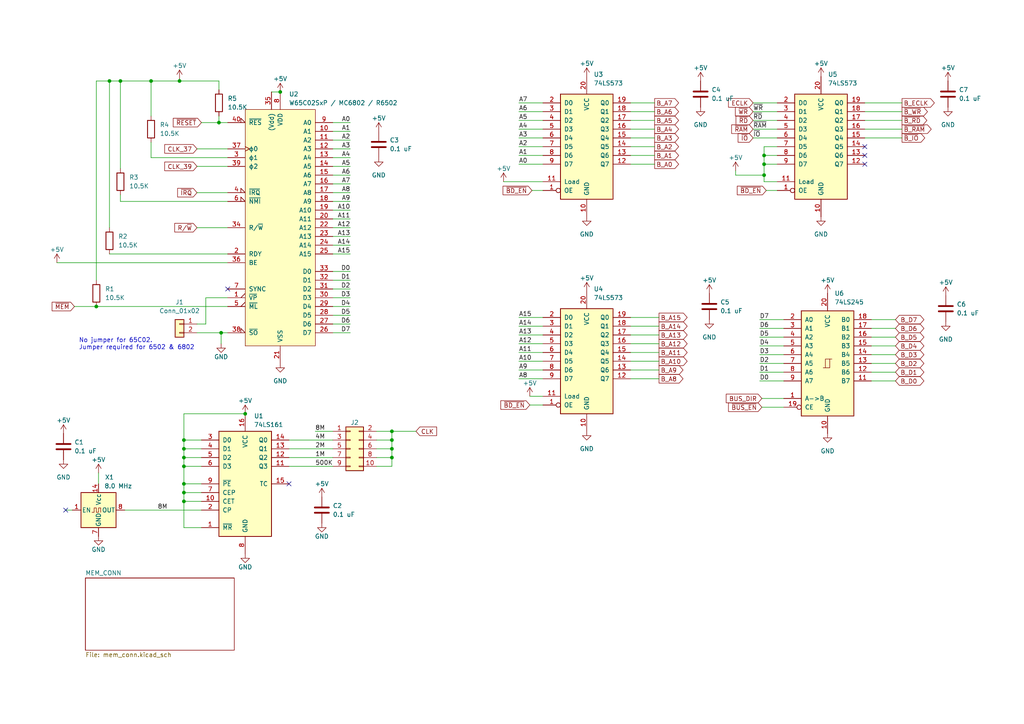
<source format=kicad_sch>
(kicad_sch (version 20211123) (generator eeschema)
  (paper "A4")
  (lib_symbols
    (symbol "74xx:74LS161" (pin_names (offset 1.016))
      (property "Reference" "U" (at -7.62 16.51 0))
      (property "Value" "74LS161" (at -7.62 -16.51 0))
      (symbol "74LS161_1_0"
        (pin input line (at -12.7 -12.7 0) (length 5.08) (name "~{MR}") (number "1"))
        (pin input line (at -12.7 -5.08 0) (length 5.08) (name "CET") (number "10"))
        (pin output line (at 12.7 5.08 180) (length 5.08) (name "Q3") (number "11"))
        (pin output line (at 12.7 7.62 180) (length 5.08) (name "Q2") (number "12"))
        (pin output line (at 12.7 10.16 180) (length 5.08) (name "Q1") (number "13"))
        (pin output line (at 12.7 12.7 180) (length 5.08) (name "Q0") (number "14"))
        (pin output line (at 12.7 0 180) (length 5.08) (name "TC") (number "15"))
        (pin power_in line (at 0 20.32 270) (length 5.08) (name "VCC") (number "16"))
        (pin input line (at -12.7 -7.62 0) (length 5.08) (name "CP") (number "2"))
        (pin input line (at -12.7 12.7 0) (length 5.08) (name "D0") (number "3"))
        (pin input line (at -12.7 10.16 0) (length 5.08) (name "D1") (number "4"))
        (pin input line (at -12.7 7.62 0) (length 5.08) (name "D2") (number "5"))
        (pin input line (at -12.7 5.08 0) (length 5.08) (name "D3") (number "6"))
        (pin input line (at -12.7 -2.54 0) (length 5.08) (name "CEP") (number "7"))
        (pin power_in line (at 0 -20.32 90) (length 5.08) (name "GND") (number "8"))
        (pin input line (at -12.7 0 0) (length 5.08) (name "~{PE}") (number "9"))
      )
      (symbol "74LS161_1_1"
        (rectangle (start -7.62 15.24) (end 7.62 -15.24) (stroke (width 0.254)) (fill (type background)))
      )
    )
    (symbol "74xx:74LS245" (pin_names (offset 1.016))
      (property "Reference" "U" (at -7.62 16.51 0))
      (property "Value" "74LS245" (at -7.62 -16.51 0))
      (symbol "74LS245_1_0"
        (polyline (pts (xy -0.635 -1.27) (xy -0.635 1.27) (xy 0.635 1.27)))
        (polyline (pts (xy -1.27 -1.27) (xy 0.635 -1.27) (xy 0.635 1.27) (xy 1.27 1.27)))
        (pin input line (at -12.7 -10.16 0) (length 5.08) (name "A->B") (number "1"))
        (pin power_in line (at 0 -20.32 90) (length 5.08) (name "GND") (number "10"))
        (pin tri_state line (at 12.7 -5.08 180) (length 5.08) (name "B7") (number "11"))
        (pin tri_state line (at 12.7 -2.54 180) (length 5.08) (name "B6") (number "12"))
        (pin tri_state line (at 12.7 0 180) (length 5.08) (name "B5") (number "13"))
        (pin tri_state line (at 12.7 2.54 180) (length 5.08) (name "B4") (number "14"))
        (pin tri_state line (at 12.7 5.08 180) (length 5.08) (name "B3") (number "15"))
        (pin tri_state line (at 12.7 7.62 180) (length 5.08) (name "B2") (number "16"))
        (pin tri_state line (at 12.7 10.16 180) (length 5.08) (name "B1") (number "17"))
        (pin tri_state line (at 12.7 12.7 180) (length 5.08) (name "B0") (number "18"))
        (pin input inverted (at -12.7 -12.7 0) (length 5.08) (name "CE") (number "19"))
        (pin tri_state line (at -12.7 12.7 0) (length 5.08) (name "A0") (number "2"))
        (pin power_in line (at 0 20.32 270) (length 5.08) (name "VCC") (number "20"))
        (pin tri_state line (at -12.7 10.16 0) (length 5.08) (name "A1") (number "3"))
        (pin tri_state line (at -12.7 7.62 0) (length 5.08) (name "A2") (number "4"))
        (pin tri_state line (at -12.7 5.08 0) (length 5.08) (name "A3") (number "5"))
        (pin tri_state line (at -12.7 2.54 0) (length 5.08) (name "A4") (number "6"))
        (pin tri_state line (at -12.7 0 0) (length 5.08) (name "A5") (number "7"))
        (pin tri_state line (at -12.7 -2.54 0) (length 5.08) (name "A6") (number "8"))
        (pin tri_state line (at -12.7 -5.08 0) (length 5.08) (name "A7") (number "9"))
      )
      (symbol "74LS245_1_1"
        (rectangle (start -7.62 15.24) (end 7.62 -15.24) (stroke (width 0.254)) (fill (type background)))
      )
    )
    (symbol "74xx:74LS573" (pin_names (offset 1.016))
      (property "Reference" "U" (at -7.62 16.51 0))
      (property "Value" "74LS573" (at -7.62 -16.51 0))
      (symbol "74LS573_1_0"
        (pin input inverted (at -12.7 -12.7 0) (length 5.08) (name "OE") (number "1"))
        (pin power_in line (at 0 -20.32 90) (length 5.08) (name "GND") (number "10"))
        (pin input line (at -12.7 -10.16 0) (length 5.08) (name "Load") (number "11"))
        (pin tri_state line (at 12.7 -5.08 180) (length 5.08) (name "Q7") (number "12"))
        (pin tri_state line (at 12.7 -2.54 180) (length 5.08) (name "Q6") (number "13"))
        (pin tri_state line (at 12.7 0 180) (length 5.08) (name "Q5") (number "14"))
        (pin tri_state line (at 12.7 2.54 180) (length 5.08) (name "Q4") (number "15"))
        (pin tri_state line (at 12.7 5.08 180) (length 5.08) (name "Q3") (number "16"))
        (pin tri_state line (at 12.7 7.62 180) (length 5.08) (name "Q2") (number "17"))
        (pin tri_state line (at 12.7 10.16 180) (length 5.08) (name "Q1") (number "18"))
        (pin tri_state line (at 12.7 12.7 180) (length 5.08) (name "Q0") (number "19"))
        (pin input line (at -12.7 12.7 0) (length 5.08) (name "D0") (number "2"))
        (pin power_in line (at 0 20.32 270) (length 5.08) (name "VCC") (number "20"))
        (pin input line (at -12.7 10.16 0) (length 5.08) (name "D1") (number "3"))
        (pin input line (at -12.7 7.62 0) (length 5.08) (name "D2") (number "4"))
        (pin input line (at -12.7 5.08 0) (length 5.08) (name "D3") (number "5"))
        (pin input line (at -12.7 2.54 0) (length 5.08) (name "D4") (number "6"))
        (pin input line (at -12.7 0 0) (length 5.08) (name "D5") (number "7"))
        (pin input line (at -12.7 -2.54 0) (length 5.08) (name "D6") (number "8"))
        (pin input line (at -12.7 -5.08 0) (length 5.08) (name "D7") (number "9"))
      )
      (symbol "74LS573_1_1"
        (rectangle (start -7.62 15.24) (end 7.62 -15.24) (stroke (width 0.254)) (fill (type background)))
      )
    )
    (symbol "Connector_Generic:Conn_01x02" (pin_names (offset 1.016) hide)
      (property "Reference" "J" (at 0 2.54 0))
      (property "Value" "Conn_01x02" (at 0 -5.08 0))
      (symbol "Conn_01x02_1_1"
        (rectangle (start -1.27 -2.413) (end 0 -2.667) (stroke (width 0.1524)))
        (rectangle (start -1.27 0.127) (end 0 -0.127) (stroke (width 0.1524)))
        (rectangle (start -1.27 1.27) (end 1.27 -3.81) (stroke (width 0.254)) (fill (type background)))
        (pin passive line (at -5.08 0 0) (length 3.81) (name "Pin_1") (number "1"))
        (pin passive line (at -5.08 -2.54 0) (length 3.81) (name "Pin_2") (number "2"))
      )
    )
    (symbol "Connector_Generic:Conn_02x05_Odd_Even" (pin_names (offset 1.016) hide)
      (property "Reference" "J" (at 1.27 7.62 0))
      (property "Value" "Conn_02x05_Odd_Even" (at 1.27 -7.62 0))
      (symbol "Conn_02x05_Odd_Even_1_1"
        (rectangle (start -1.27 -4.953) (end 0 -5.207) (stroke (width 0.1524)))
        (rectangle (start -1.27 -2.413) (end 0 -2.667) (stroke (width 0.1524)))
        (rectangle (start -1.27 0.127) (end 0 -0.127) (stroke (width 0.1524)))
        (rectangle (start -1.27 2.667) (end 0 2.413) (stroke (width 0.1524)))
        (rectangle (start -1.27 5.207) (end 0 4.953) (stroke (width 0.1524)))
        (rectangle (start -1.27 6.35) (end 3.81 -6.35) (stroke (width 0.254)) (fill (type background)))
        (rectangle (start 3.81 -4.953) (end 2.54 -5.207) (stroke (width 0.1524)))
        (rectangle (start 3.81 -2.413) (end 2.54 -2.667) (stroke (width 0.1524)))
        (rectangle (start 3.81 0.127) (end 2.54 -0.127) (stroke (width 0.1524)))
        (rectangle (start 3.81 2.667) (end 2.54 2.413) (stroke (width 0.1524)))
        (rectangle (start 3.81 5.207) (end 2.54 4.953) (stroke (width 0.1524)))
        (pin passive line (at -5.08 5.08 0) (length 3.81) (name "Pin_1") (number "1"))
        (pin passive line (at 7.62 -5.08 180) (length 3.81) (name "Pin_10") (number "10"))
        (pin passive line (at 7.62 5.08 180) (length 3.81) (name "Pin_2") (number "2"))
        (pin passive line (at -5.08 2.54 0) (length 3.81) (name "Pin_3") (number "3"))
        (pin passive line (at 7.62 2.54 180) (length 3.81) (name "Pin_4") (number "4"))
        (pin passive line (at -5.08 0 0) (length 3.81) (name "Pin_5") (number "5"))
        (pin passive line (at 7.62 0 180) (length 3.81) (name "Pin_6") (number "6"))
        (pin passive line (at -5.08 -2.54 0) (length 3.81) (name "Pin_7") (number "7"))
        (pin passive line (at 7.62 -2.54 180) (length 3.81) (name "Pin_8") (number "8"))
        (pin passive line (at -5.08 -5.08 0) (length 3.81) (name "Pin_9") (number "9"))
      )
    )
    (symbol "Device:C" (pin_numbers hide) (pin_names (offset 0.254))
      (property "Reference" "C" (at 0.635 2.54 0))
      (property "Value" "C" (at 0.635 -2.54 0))
      (symbol "C_0_1"
        (polyline (pts (xy -2.032 -0.762) (xy 2.032 -0.762)) (stroke (width 0.508)))
        (polyline (pts (xy -2.032 0.762) (xy 2.032 0.762)) (stroke (width 0.508)))
      )
      (symbol "C_1_1"
        (pin passive line (at 0 3.81 270) (length 2.794) (name "~") (number "1"))
        (pin passive line (at 0 -3.81 90) (length 2.794) (name "~") (number "2"))
      )
    )
    (symbol "Device:R" (pin_numbers hide) (pin_names (offset 0))
      (property "Reference" "R" (at 2.032 0 90))
      (property "Value" "R" (at 0 0 90))
      (symbol "R_0_1"
        (rectangle (start -1.016 -2.54) (end 1.016 2.54) (stroke (width 0.254)))
      )
      (symbol "R_1_1"
        (pin passive line (at 0 3.81 270) (length 1.27) (name "~") (number "1"))
        (pin passive line (at 0 -3.81 90) (length 1.27) (name "~") (number "2"))
      )
    )
    (symbol "MCU_65XX:W65C02SxP" (pin_names (offset 1.016))
      (property "Reference" "U2" (at 2.54 38.735 0))
      (property "Value" "W65C02SxP" (at 2.54 36.195 0))
      (symbol "W65C02SxP_0_1"
        (rectangle (start -10.16 34.29) (end 10.16 -34.29) (fill (type background)))
      )
      (symbol "W65C02SxP_1_1"
        (pin output output_low (at -15.24 -20.32 0) (length 5.08) (name "~{VP}") (number "1"))
        (pin tri_state line (at 15.24 27.94 180) (length 5.08) (name "A1") (number "10"))
        (pin tri_state line (at 15.24 25.4 180) (length 5.08) (name "A2") (number "11"))
        (pin tri_state line (at 15.24 22.86 180) (length 5.08) (name "A3") (number "12"))
        (pin tri_state line (at 15.24 20.32 180) (length 5.08) (name "A4") (number "13"))
        (pin tri_state line (at 15.24 17.78 180) (length 5.08) (name "A5") (number "14"))
        (pin tri_state line (at 15.24 15.24 180) (length 5.08) (name "A6") (number "15"))
        (pin tri_state line (at 15.24 12.7 180) (length 5.08) (name "A7") (number "16"))
        (pin tri_state line (at 15.24 10.16 180) (length 5.08) (name "A8") (number "17"))
        (pin tri_state line (at 15.24 7.62 180) (length 5.08) (name "A9") (number "18"))
        (pin tri_state line (at 15.24 5.08 180) (length 5.08) (name "A10") (number "19"))
        (pin open_collector line (at -15.24 -7.62 0) (length 5.08) (name "RDY") (number "2"))
        (pin tri_state line (at 15.24 2.54 180) (length 5.08) (name "A11") (number "20"))
        (pin power_in line (at 0 -39.37 90) (length 5.08) (name "VSS") (number "21"))
        (pin tri_state line (at 15.24 0 180) (length 5.08) (name "A12") (number "22"))
        (pin tri_state line (at 15.24 -2.54 180) (length 5.08) (name "A13") (number "23"))
        (pin tri_state line (at 15.24 -5.08 180) (length 5.08) (name "A14") (number "24"))
        (pin tri_state line (at 15.24 -7.62 180) (length 5.08) (name "A15") (number "25"))
        (pin bidirectional line (at 15.24 -30.48 180) (length 5.08) (name "D7") (number "26"))
        (pin bidirectional line (at 15.24 -27.94 180) (length 5.08) (name "D6") (number "27"))
        (pin bidirectional line (at 15.24 -25.4 180) (length 5.08) (name "D5") (number "28"))
        (pin bidirectional line (at 15.24 -22.86 180) (length 5.08) (name "D4") (number "29"))
        (pin output line (at -15.24 20.32 0) (length 5.08) (name "ϕ1") (number "3"))
        (pin bidirectional line (at 15.24 -20.32 180) (length 5.08) (name "D3") (number "30"))
        (pin bidirectional line (at 15.24 -17.78 180) (length 5.08) (name "D2") (number "31"))
        (pin bidirectional line (at 15.24 -15.24 180) (length 5.08) (name "D1") (number "32"))
        (pin bidirectional line (at 15.24 -12.7 180) (length 5.08) (name "D0") (number "33"))
        (pin tri_state line (at -15.24 0 0) (length 5.08) (name "R/~{W}") (number "34"))
        (pin power_in line (at -2.54 39.37 270) (length 5.08) (name "(Vdd)") (number "35"))
        (pin input line (at -15.24 -10.16 0) (length 5.08) (name "BE") (number "36"))
        (pin input clock (at -15.24 22.86 0) (length 5.08) (name "ϕ0") (number "37"))
        (pin input input_low (at -15.24 -30.48 0) (length 5.08) (name "~{SO}") (number "38"))
        (pin output line (at -15.24 17.78 0) (length 5.08) (name "ϕ2") (number "39"))
        (pin input input_low (at -15.24 10.16 0) (length 5.08) (name "~{IRQ}") (number "4"))
        (pin input input_low (at -15.24 30.48 0) (length 5.08) (name "~{RES}") (number "40"))
        (pin output output_low (at -15.24 -22.86 0) (length 5.08) (name "~{ML}") (number "5"))
        (pin input input_low (at -15.24 7.62 0) (length 5.08) (name "~{NMI}") (number "6"))
        (pin output line (at -15.24 -17.78 0) (length 5.08) (name "SYNC") (number "7"))
        (pin power_in line (at 0 39.37 270) (length 5.08) (name "VDD") (number "8"))
        (pin tri_state line (at 15.24 30.48 180) (length 5.08) (name "A0") (number "9"))
      )
    )
    (symbol "Oscillator:GTXO-14T" (pin_names (offset 0.254))
      (property "Reference" "X" (at -5.08 6.35 0))
      (property "Value" "GTXO-14T" (at 1.27 -6.35 0))
      (symbol "GTXO-14T_0_1"
        (rectangle (start -5.08 5.08) (end 5.08 -5.08) (stroke (width 0.254)) (fill (type background)))
        (polyline (pts (xy -1.905 -0.635) (xy -1.27 -0.635) (xy -1.27 0.635) (xy -0.635 0.635) (xy -0.635 -0.635) (xy 0 -0.635) (xy 0 0.635) (xy 0.635 0.635) (xy 0.635 -0.635)))
      )
      (symbol "GTXO-14T_1_1"
        (pin input line (at -7.62 0 0) (length 2.54) (name "EN") (number "1"))
        (pin power_in line (at 0 7.62 270) (length 2.54) (name "Vcc") (number "14"))
        (pin power_in line (at 0 -7.62 90) (length 2.54) (name "GND") (number "7"))
        (pin output line (at 7.62 0 180) (length 2.54) (name "OUT") (number "8"))
      )
    )
    (symbol "power:+5V" (power) (pin_names (offset 0))
      (property "Value" "+5V" (at 0 3.556 0))
      (symbol "+5V_0_1"
        (polyline (pts (xy -0.762 1.27) (xy 0 2.54)))
        (polyline (pts (xy 0 0) (xy 0 2.54)))
        (polyline (pts (xy 0 2.54) (xy 0.762 1.27)))
      )
      (symbol "+5V_1_1"
        (pin power_in line (at 0 0 90) (length 0) hide (name "+5V") (number "1"))
      )
    )
    (symbol "power:GND" (power) (pin_names (offset 0))
      (property "Value" "GND" (at 0 -3.81 0))
      (symbol "GND_0_1"
        (polyline (pts (xy 0 0) (xy 0 -1.27) (xy 1.27 -1.27) (xy 0 -2.54) (xy -1.27 -1.27) (xy 0 -1.27)))
      )
      (symbol "GND_1_1"
        (pin power_in line (at 0 0 270) (length 0) hide (name "GND") (number "1"))
      )
    )
  )
  (junction (at 53.34 132.715))
  (junction (at 31.75 23.495))
  (junction (at 53.34 127.635))
  (junction (at 27.94 88.9))
  (junction (at 221.615 47.625))
  (junction (at 53.34 140.335))
  (junction (at 221.615 45.085))
  (junction (at 53.34 135.255))
  (junction (at 113.665 125.095))
  (junction (at 52.07 23.495))
  (junction (at 64.135 96.52))
  (junction (at 81.28 26.67))
  (junction (at 43.815 23.495))
  (junction (at 221.615 50.8))
  (junction (at 53.34 142.875))
  (junction (at 71.12 120.015))
  (junction (at 113.665 127.635))
  (junction (at 63.5 35.56))
  (junction (at 53.34 130.175))
  (junction (at 53.34 145.415))
  (junction (at 34.925 23.495))
  (junction (at 113.665 130.175))
  (junction (at 113.665 132.715))
  (no_connect (at 250.825 47.625))
  (no_connect (at 250.825 42.545))
  (no_connect (at 250.825 45.085))
  (no_connect (at 66.04 83.82))
  (no_connect (at 19.05 147.955))
  (no_connect (at 83.82 140.335))
  (wire (pts (xy 91.44 125.095) (xy 96.52 125.095)))
  (wire (pts (xy 96.52 86.36) (xy 101.6 86.36)))
  (wire (pts (xy 21.59 88.9) (xy 27.94 88.9)))
  (wire (pts (xy 59.69 86.36) (xy 66.04 86.36)))
  (wire (pts (xy 218.44 29.845) (xy 225.425 29.845)))
  (wire (pts (xy 250.825 34.925) (xy 261.62 34.925)))
  (wire (pts (xy 150.495 45.085) (xy 157.48 45.085)))
  (wire (pts (xy 213.36 50.8) (xy 221.615 50.8)))
  (wire (pts (xy 220.98 115.57) (xy 227.33 115.57)))
  (wire (pts (xy 221.615 47.625) (xy 221.615 50.8)))
  (wire (pts (xy 31.75 73.66) (xy 66.04 73.66)))
  (wire (pts (xy 96.52 45.72) (xy 101.6 45.72)))
  (wire (pts (xy 113.665 125.095) (xy 120.65 125.095)))
  (wire (pts (xy 182.88 32.385) (xy 189.865 32.385)))
  (wire (pts (xy 59.69 93.98) (xy 57.15 93.98)))
  (wire (pts (xy 221.615 42.545) (xy 221.615 45.085)))
  (wire (pts (xy 221.615 47.625) (xy 225.425 47.625)))
  (wire (pts (xy 63.5 35.56) (xy 66.04 35.56)))
  (wire (pts (xy 19.05 147.955) (xy 20.955 147.955)))
  (wire (pts (xy 109.22 130.175) (xy 113.665 130.175)))
  (wire (pts (xy 182.88 99.695) (xy 191.135 99.695)))
  (wire (pts (xy 96.52 48.26) (xy 101.6 48.26)))
  (wire (pts (xy 96.52 127.635) (xy 83.82 127.635)))
  (wire (pts (xy 113.665 132.715) (xy 113.665 135.255)))
  (wire (pts (xy 96.52 60.96) (xy 101.6 60.96)))
  (wire (pts (xy 27.94 23.495) (xy 27.94 81.28)))
  (wire (pts (xy 150.495 92.075) (xy 157.48 92.075)))
  (wire (pts (xy 16.51 76.2) (xy 66.04 76.2)))
  (wire (pts (xy 218.44 37.465) (xy 225.425 37.465)))
  (wire (pts (xy 250.825 32.385) (xy 261.62 32.385)))
  (wire (pts (xy 150.495 99.695) (xy 157.48 99.695)))
  (wire (pts (xy 221.615 50.8) (xy 221.615 52.705)))
  (wire (pts (xy 220.345 105.41) (xy 227.33 105.41)))
  (wire (pts (xy 53.34 130.175) (xy 53.34 132.715)))
  (wire (pts (xy 64.135 96.52) (xy 64.135 99.695)))
  (wire (pts (xy 220.345 92.71) (xy 227.33 92.71)))
  (wire (pts (xy 58.42 145.415) (xy 53.34 145.415)))
  (wire (pts (xy 53.34 140.335) (xy 53.34 142.875)))
  (wire (pts (xy 96.52 68.58) (xy 101.6 68.58)))
  (wire (pts (xy 150.495 29.845) (xy 157.48 29.845)))
  (wire (pts (xy 31.75 23.495) (xy 34.925 23.495)))
  (wire (pts (xy 252.73 107.95) (xy 259.715 107.95)))
  (wire (pts (xy 53.34 132.715) (xy 53.34 135.255)))
  (wire (pts (xy 27.94 88.9) (xy 66.04 88.9)))
  (wire (pts (xy 43.815 23.495) (xy 43.815 33.655)))
  (wire (pts (xy 57.15 96.52) (xy 64.135 96.52)))
  (wire (pts (xy 220.345 110.49) (xy 227.33 110.49)))
  (wire (pts (xy 96.52 55.88) (xy 101.6 55.88)))
  (wire (pts (xy 43.815 23.495) (xy 52.07 23.495)))
  (wire (pts (xy 109.22 132.715) (xy 113.665 132.715)))
  (wire (pts (xy 150.495 34.925) (xy 157.48 34.925)))
  (wire (pts (xy 43.815 45.72) (xy 66.04 45.72)))
  (wire (pts (xy 252.73 110.49) (xy 259.715 110.49)))
  (wire (pts (xy 153.67 117.475) (xy 157.48 117.475)))
  (wire (pts (xy 34.925 23.495) (xy 34.925 48.895)))
  (wire (pts (xy 96.52 38.1) (xy 101.6 38.1)))
  (wire (pts (xy 27.94 23.495) (xy 31.75 23.495)))
  (wire (pts (xy 57.15 66.04) (xy 66.04 66.04)))
  (wire (pts (xy 28.575 137.16) (xy 28.575 140.335)))
  (wire (pts (xy 150.495 107.315) (xy 157.48 107.315)))
  (wire (pts (xy 218.44 34.925) (xy 225.425 34.925)))
  (wire (pts (xy 225.425 45.085) (xy 221.615 45.085)))
  (wire (pts (xy 96.52 93.98) (xy 101.6 93.98)))
  (wire (pts (xy 150.495 42.545) (xy 157.48 42.545)))
  (wire (pts (xy 220.98 118.11) (xy 227.33 118.11)))
  (wire (pts (xy 150.495 102.235) (xy 157.48 102.235)))
  (wire (pts (xy 63.5 23.495) (xy 63.5 26.035)))
  (wire (pts (xy 96.52 71.12) (xy 101.6 71.12)))
  (wire (pts (xy 220.345 100.33) (xy 227.33 100.33)))
  (wire (pts (xy 57.15 48.26) (xy 66.04 48.26)))
  (wire (pts (xy 220.345 97.79) (xy 227.33 97.79)))
  (wire (pts (xy 53.34 145.415) (xy 53.34 153.035)))
  (wire (pts (xy 150.495 37.465) (xy 157.48 37.465)))
  (wire (pts (xy 57.15 43.18) (xy 66.04 43.18)))
  (wire (pts (xy 150.495 97.155) (xy 157.48 97.155)))
  (wire (pts (xy 96.52 91.44) (xy 101.6 91.44)))
  (wire (pts (xy 53.34 142.875) (xy 53.34 145.415)))
  (wire (pts (xy 58.42 35.56) (xy 63.5 35.56)))
  (wire (pts (xy 252.73 97.79) (xy 259.715 97.79)))
  (wire (pts (xy 182.88 47.625) (xy 189.865 47.625)))
  (wire (pts (xy 34.925 23.495) (xy 43.815 23.495)))
  (wire (pts (xy 53.34 127.635) (xy 53.34 130.175)))
  (wire (pts (xy 96.52 53.34) (xy 101.6 53.34)))
  (wire (pts (xy 96.52 40.64) (xy 101.6 40.64)))
  (wire (pts (xy 96.52 78.74) (xy 101.6 78.74)))
  (wire (pts (xy 96.52 130.175) (xy 83.82 130.175)))
  (wire (pts (xy 218.44 32.385) (xy 225.425 32.385)))
  (wire (pts (xy 96.52 81.28) (xy 101.6 81.28)))
  (wire (pts (xy 252.73 92.71) (xy 259.715 92.71)))
  (wire (pts (xy 58.42 130.175) (xy 53.34 130.175)))
  (wire (pts (xy 182.88 104.775) (xy 191.135 104.775)))
  (wire (pts (xy 57.15 55.88) (xy 66.04 55.88)))
  (wire (pts (xy 96.52 50.8) (xy 101.6 50.8)))
  (wire (pts (xy 252.73 100.33) (xy 259.715 100.33)))
  (wire (pts (xy 58.42 127.635) (xy 53.34 127.635)))
  (wire (pts (xy 221.615 45.085) (xy 221.615 47.625)))
  (wire (pts (xy 150.495 109.855) (xy 157.48 109.855)))
  (wire (pts (xy 150.495 104.775) (xy 157.48 104.775)))
  (wire (pts (xy 250.825 40.005) (xy 261.62 40.005)))
  (wire (pts (xy 113.665 127.635) (xy 113.665 130.175)))
  (wire (pts (xy 182.88 42.545) (xy 189.865 42.545)))
  (wire (pts (xy 225.425 42.545) (xy 221.615 42.545)))
  (wire (pts (xy 96.52 132.715) (xy 83.82 132.715)))
  (wire (pts (xy 218.44 40.005) (xy 225.425 40.005)))
  (wire (pts (xy 150.495 32.385) (xy 157.48 32.385)))
  (wire (pts (xy 150.495 47.625) (xy 157.48 47.625)))
  (wire (pts (xy 250.825 37.465) (xy 261.62 37.465)))
  (wire (pts (xy 96.52 66.04) (xy 101.6 66.04)))
  (wire (pts (xy 109.22 135.255) (xy 113.665 135.255)))
  (wire (pts (xy 53.34 135.255) (xy 53.34 140.335)))
  (wire (pts (xy 31.75 23.495) (xy 31.75 66.04)))
  (wire (pts (xy 150.495 94.615) (xy 157.48 94.615)))
  (wire (pts (xy 182.88 107.315) (xy 191.135 107.315)))
  (wire (pts (xy 182.88 94.615) (xy 191.135 94.615)))
  (wire (pts (xy 52.07 22.86) (xy 52.07 23.495)))
  (wire (pts (xy 182.88 37.465) (xy 189.865 37.465)))
  (wire (pts (xy 58.42 142.875) (xy 53.34 142.875)))
  (wire (pts (xy 146.05 52.705) (xy 157.48 52.705)))
  (wire (pts (xy 96.52 73.66) (xy 101.6 73.66)))
  (wire (pts (xy 66.04 96.52) (xy 64.135 96.52)))
  (wire (pts (xy 182.88 109.855) (xy 191.135 109.855)))
  (wire (pts (xy 182.88 29.845) (xy 189.865 29.845)))
  (wire (pts (xy 63.5 33.655) (xy 63.5 35.56)))
  (wire (pts (xy 59.69 86.36) (xy 59.69 93.98)))
  (wire (pts (xy 182.88 45.085) (xy 189.865 45.085)))
  (wire (pts (xy 96.52 58.42) (xy 101.6 58.42)))
  (wire (pts (xy 53.34 120.015) (xy 53.34 127.635)))
  (wire (pts (xy 53.34 135.255) (xy 58.42 135.255)))
  (wire (pts (xy 153.67 114.935) (xy 157.48 114.935)))
  (wire (pts (xy 96.52 88.9) (xy 101.6 88.9)))
  (wire (pts (xy 113.665 130.175) (xy 113.665 132.715)))
  (wire (pts (xy 53.34 120.015) (xy 71.12 120.015)))
  (wire (pts (xy 109.22 125.095) (xy 113.665 125.095)))
  (wire (pts (xy 52.07 23.495) (xy 63.5 23.495)))
  (wire (pts (xy 154.305 55.245) (xy 157.48 55.245)))
  (wire (pts (xy 222.25 55.245) (xy 225.425 55.245)))
  (wire (pts (xy 252.73 102.87) (xy 259.715 102.87)))
  (wire (pts (xy 221.615 52.705) (xy 225.425 52.705)))
  (wire (pts (xy 252.73 95.25) (xy 259.715 95.25)))
  (wire (pts (xy 182.88 34.925) (xy 189.865 34.925)))
  (wire (pts (xy 182.88 97.155) (xy 191.135 97.155)))
  (wire (pts (xy 213.36 49.53) (xy 213.36 50.8)))
  (wire (pts (xy 220.345 95.25) (xy 227.33 95.25)))
  (wire (pts (xy 43.815 41.275) (xy 43.815 45.72)))
  (wire (pts (xy 96.52 43.18) (xy 101.6 43.18)))
  (wire (pts (xy 220.345 102.87) (xy 227.33 102.87)))
  (wire (pts (xy 36.195 147.955) (xy 58.42 147.955)))
  (wire (pts (xy 96.52 135.255) (xy 83.82 135.255)))
  (wire (pts (xy 220.345 107.95) (xy 227.33 107.95)))
  (wire (pts (xy 96.52 83.82) (xy 101.6 83.82)))
  (wire (pts (xy 113.665 125.095) (xy 113.665 127.635)))
  (wire (pts (xy 252.73 105.41) (xy 259.715 105.41)))
  (wire (pts (xy 34.925 56.515) (xy 34.925 58.42)))
  (wire (pts (xy 109.22 127.635) (xy 113.665 127.635)))
  (wire (pts (xy 182.88 102.235) (xy 191.135 102.235)))
  (wire (pts (xy 58.42 140.335) (xy 53.34 140.335)))
  (wire (pts (xy 96.52 96.52) (xy 101.6 96.52)))
  (wire (pts (xy 150.495 40.005) (xy 157.48 40.005)))
  (wire (pts (xy 250.825 29.845) (xy 261.62 29.845)))
  (wire (pts (xy 78.74 26.67) (xy 81.28 26.67)))
  (wire (pts (xy 96.52 35.56) (xy 101.6 35.56)))
  (wire (pts (xy 96.52 63.5) (xy 101.6 63.5)))
  (wire (pts (xy 53.34 132.715) (xy 58.42 132.715)))
  (wire (pts (xy 34.925 58.42) (xy 66.04 58.42)))
  (wire (pts (xy 182.88 92.075) (xy 191.135 92.075)))
  (wire (pts (xy 58.42 153.035) (xy 53.34 153.035)))
  (wire (pts (xy 182.88 40.005) (xy 189.865 40.005)))
  (text "No jumper for 65C02.\nJumper required for 6502 & 6802" (at 22.86 101.6 0) (effects (font (size 1.27 1.27)) (justify left bottom)))
  (label "A1" (at 150.495 45.085 0))
  (label "A5" (at 101.6 48.26 180))
  (label "D5" (at 220.345 97.79 0))
  (label "1M" (at 91.44 132.715 0))
  (label "A12" (at 101.6 66.04 180))
  (label "D6" (at 101.6 93.98 180))
  (label "A6" (at 101.6 50.8 180))
  (label "A8" (at 150.495 109.855 0))
  (label "A9" (at 150.495 107.315 0))
  (label "~{IO}" (at 218.44 40.005 0))
  (label "A14" (at 101.6 71.12 180))
  (label "D2" (at 101.6 83.82 180))
  (label "A4" (at 101.6 45.72 180))
  (label "D7" (at 101.6 96.52 180))
  (label "A3" (at 150.495 40.005 0))
  (label "A11" (at 101.6 63.5 180))
  (label "A5" (at 150.495 34.925 0))
  (label "D4" (at 220.345 100.33 0))
  (label "D5" (at 101.6 91.44 180))
  (label "A10" (at 101.6 60.96 180))
  (label "A12" (at 150.495 99.695 0))
  (label "A0" (at 150.495 47.625 0))
  (label "A4" (at 150.495 37.465 0))
  (label "A10" (at 150.495 104.775 0))
  (label "~{RD}" (at 218.44 34.925 0))
  (label "D2" (at 220.345 105.41 0))
  (label "A2" (at 150.495 42.545 0))
  (label "A3" (at 101.6 43.18 180))
  (label "D7" (at 220.345 92.71 0))
  (label "D0" (at 101.6 78.74 180))
  (label "A2" (at 101.6 40.64 180))
  (label "A8" (at 101.6 55.88 180))
  (label "A7" (at 101.6 53.34 180))
  (label "A7" (at 150.495 29.845 0))
  (label "500K" (at 91.44 135.255 0))
  (label "A13" (at 150.495 97.155 0))
  (label "2M" (at 91.44 130.175 0))
  (label "A1" (at 101.6 38.1 180))
  (label "D3" (at 220.345 102.87 0))
  (label "D3" (at 101.6 86.36 180))
  (label "A15" (at 101.6 73.66 180))
  (label "A11" (at 150.495 102.235 0))
  (label "D4" (at 101.6 88.9 180))
  (label "D6" (at 220.345 95.25 0))
  (label "A0" (at 101.6 35.56 180))
  (label "~{WR}" (at 218.44 32.385 0))
  (label "A9" (at 101.6 58.42 180))
  (label "A13" (at 101.6 68.58 180))
  (label "D1" (at 101.6 81.28 180))
  (label "A15" (at 150.495 92.075 0))
  (label "8M" (at 45.72 147.955 0))
  (label "~{RAM}" (at 218.44 37.465 0))
  (label "A6" (at 150.495 32.385 0))
  (label "D1" (at 220.345 107.95 0))
  (label "D0" (at 220.345 110.49 0))
  (label "8M" (at 91.44 125.095 0))
  (label "4M" (at 91.44 127.635 0))
  (label "A14" (at 150.495 94.615 0))
  (global_label "~{B_IO}" (shape output) (at 261.62 40.005 0) (property "Intersheet References" "${INTERSHEET_REFS}" (effects hide)))
  (global_label "B_A6" (shape output) (at 189.865 32.385 0) (property "Intersheet References" "${INTERSHEET_REFS}" (effects hide)))
  (global_label "~{RD}" (shape input) (at 218.44 34.925 180) (property "Intersheet References" "${INTERSHEET_REFS}" (effects hide)))
  (global_label "CLK_39" (shape input) (at 57.15 48.26 180) (property "Intersheet References" "${INTERSHEET_REFS}" (effects hide)))
  (global_label "B_A3" (shape output) (at 189.865 40.005 0) (property "Intersheet References" "${INTERSHEET_REFS}" (effects hide)))
  (global_label "~{BD_EN}" (shape input) (at 222.25 55.245 180) (property "Intersheet References" "${INTERSHEET_REFS}" (effects hide)))
  (global_label "B_A7" (shape output) (at 189.865 29.845 0) (property "Intersheet References" "${INTERSHEET_REFS}" (effects hide)))
  (global_label "R{slash}~{W}" (shape input) (at 57.15 66.04 180) (property "Intersheet References" "${INTERSHEET_REFS}" (effects hide)))
  (global_label "BUS_DIR" (shape input) (at 220.98 115.57 180) (property "Intersheet References" "${INTERSHEET_REFS}" (effects hide)))
  (global_label "~{WR}" (shape input) (at 218.44 32.385 180) (property "Intersheet References" "${INTERSHEET_REFS}" (effects hide)))
  (global_label "B_D5" (shape bidirectional) (at 259.715 97.79 0) (property "Intersheet References" "${INTERSHEET_REFS}" (effects hide)))
  (global_label "ECLK" (shape input) (at 218.44 29.845 180) (property "Intersheet References" "${INTERSHEET_REFS}" (effects hide)))
  (global_label "~{MEM}" (shape input) (at 21.59 88.9 180) (property "Intersheet References" "${INTERSHEET_REFS}" (effects hide)))
  (global_label "B_D2" (shape bidirectional) (at 259.715 105.41 0) (property "Intersheet References" "${INTERSHEET_REFS}" (effects hide)))
  (global_label "CLK_37" (shape input) (at 57.15 43.18 180) (property "Intersheet References" "${INTERSHEET_REFS}" (effects hide)))
  (global_label "~{B_RD}" (shape output) (at 261.62 34.925 0) (property "Intersheet References" "${INTERSHEET_REFS}" (effects hide)))
  (global_label "B_A9" (shape output) (at 191.135 107.315 0) (property "Intersheet References" "${INTERSHEET_REFS}" (effects hide)))
  (global_label "B_A5" (shape output) (at 189.865 34.925 0) (property "Intersheet References" "${INTERSHEET_REFS}" (effects hide)))
  (global_label "B_D1" (shape bidirectional) (at 259.715 107.95 0) (property "Intersheet References" "${INTERSHEET_REFS}" (effects hide)))
  (global_label "B_A4" (shape output) (at 189.865 37.465 0) (property "Intersheet References" "${INTERSHEET_REFS}" (effects hide)))
  (global_label "B_A12" (shape output) (at 191.135 99.695 0) (property "Intersheet References" "${INTERSHEET_REFS}" (effects hide)))
  (global_label "B_D6" (shape bidirectional) (at 259.715 95.25 0) (property "Intersheet References" "${INTERSHEET_REFS}" (effects hide)))
  (global_label "B_D4" (shape bidirectional) (at 259.715 100.33 0) (property "Intersheet References" "${INTERSHEET_REFS}" (effects hide)))
  (global_label "~{B_RAM}" (shape output) (at 261.62 37.465 0) (property "Intersheet References" "${INTERSHEET_REFS}" (effects hide)))
  (global_label "~{B_WR}" (shape output) (at 261.62 32.385 0) (property "Intersheet References" "${INTERSHEET_REFS}" (effects hide)))
  (global_label "B_A8" (shape output) (at 191.135 109.855 0) (property "Intersheet References" "${INTERSHEET_REFS}" (effects hide)))
  (global_label "~{BD_EN}" (shape input) (at 154.305 55.245 180) (property "Intersheet References" "${INTERSHEET_REFS}" (effects hide)))
  (global_label "B_D3" (shape bidirectional) (at 259.715 102.87 0) (property "Intersheet References" "${INTERSHEET_REFS}" (effects hide)))
  (global_label "~{RESET}" (shape input) (at 58.42 35.56 180) (property "Intersheet References" "${INTERSHEET_REFS}" (effects hide)))
  (global_label "~{BD_EN}" (shape input) (at 153.67 117.475 180) (property "Intersheet References" "${INTERSHEET_REFS}" (effects hide)))
  (global_label "~{RAM}" (shape input) (at 218.44 37.465 180) (property "Intersheet References" "${INTERSHEET_REFS}" (effects hide)))
  (global_label "B_D7" (shape bidirectional) (at 259.715 92.71 0) (property "Intersheet References" "${INTERSHEET_REFS}" (effects hide)))
  (global_label "B_A10" (shape output) (at 191.135 104.775 0) (property "Intersheet References" "${INTERSHEET_REFS}" (effects hide)))
  (global_label "B_ECLK" (shape output) (at 261.62 29.845 0) (property "Intersheet References" "${INTERSHEET_REFS}" (effects hide)))
  (global_label "~{BUS_EN}" (shape input) (at 220.98 118.11 180) (property "Intersheet References" "${INTERSHEET_REFS}" (effects hide)))
  (global_label "B_A13" (shape output) (at 191.135 97.155 0) (property "Intersheet References" "${INTERSHEET_REFS}" (effects hide)))
  (global_label "~{IO}" (shape input) (at 218.44 40.005 180) (property "Intersheet References" "${INTERSHEET_REFS}" (effects hide)))
  (global_label "B_A15" (shape output) (at 191.135 92.075 0) (property "Intersheet References" "${INTERSHEET_REFS}" (effects hide)))
  (global_label "B_A0" (shape output) (at 189.865 47.625 0) (property "Intersheet References" "${INTERSHEET_REFS}" (effects hide)))
  (global_label "B_D0" (shape bidirectional) (at 259.715 110.49 0) (property "Intersheet References" "${INTERSHEET_REFS}" (effects hide)))
  (global_label "B_A11" (shape output) (at 191.135 102.235 0) (property "Intersheet References" "${INTERSHEET_REFS}" (effects hide)))
  (global_label "CLK" (shape input) (at 120.65 125.095 0) (property "Intersheet References" "${INTERSHEET_REFS}" (effects hide)))
  (global_label "B_A2" (shape output) (at 189.865 42.545 0) (property "Intersheet References" "${INTERSHEET_REFS}" (effects hide)))
  (global_label "B_A1" (shape output) (at 189.865 45.085 0) (property "Intersheet References" "${INTERSHEET_REFS}" (effects hide)))
  (global_label "B_A14" (shape output) (at 191.135 94.615 0) (property "Intersheet References" "${INTERSHEET_REFS}" (effects hide)))
  (global_label "~{IRQ}" (shape input) (at 57.15 55.88 180) (property "Intersheet References" "${INTERSHEET_REFS}" (effects hide)))
  (symbol (lib_id "power:+5V") (at 274.32 85.725 0) (unit 1)
    (property "Reference" "#PWR031" (effects hide))
    (property "Value" "+5V" (at 274.32 81.915 0))
  )
  (symbol (lib_id "Oscillator:GTXO-14T") (at 28.575 147.955 0) (unit 1)
    (property "Reference" "X1" (at 31.75 138.43 0))
    (property "Value" "8.0 MHz" (at 34.29 140.97 0))
    (property "Footprint" "Oscillator:Oscillator_DIP-14" (effects hide))
    (property "Datasheet" "http://www.golledge.com/pdf/products/tcxos/gtxo14.pdf" (effects hide))
  )
  (symbol (lib_id "power:GND") (at 28.575 155.575 0) (unit 1)
    (property "Reference" "#PWR05" (effects hide))
    (property "Value" "GND" (at 28.575 159.385 0))
  )
  (symbol (lib_id "Connector_Generic:Conn_02x05_Odd_Even") (at 101.6 130.175 0) (unit 1)
    (property "Reference" "J2" (at 102.87 122.555 0))
    (property "Value" "Conn_02x05_Odd_Even" (effects hide))
    (property "Footprint" "Connector_PinHeader_2.54mm:PinHeader_2x05_P2.54mm_Vertical" (effects hide))
  )
  (symbol (lib_id "74xx:74LS161") (at 71.12 140.335 0) (unit 1)
    (property "Reference" "U1" (at 73.66 120.65 0) (effects (justify left)))
    (property "Value" "74LS161" (at 73.66 123.19 0) (effects (justify left)))
    (property "Footprint" "Package_DIP:DIP-16_W7.62mm" (effects hide))
    (property "Datasheet" "http://www.ti.com/lit/gpn/sn74LS161" (effects hide))
  )
  (symbol (lib_id "power:GND") (at 238.125 62.865 0) (unit 1)
    (property "Reference" "#PWR028" (effects hide))
    (property "Value" "GND" (at 238.125 67.945 0))
  )
  (symbol (lib_id "Device:C") (at 203.2 27.305 0) (unit 1)
    (property "Reference" "C4" (at 206.375 26.0349 0) (effects (justify left)))
    (property "Value" "0.1 uF" (at 206.375 28.5749 0) (effects (justify left)))
    (property "Footprint" "Capacitor_THT:C_Rect_L7.2mm_W3.0mm_P5.00mm_FKS2_FKP2_MKS2_MKP2" (effects hide))
  )
  (symbol (lib_id "power:GND") (at 93.345 151.765 0) (unit 1)
    (property "Reference" "#PWR013" (effects hide))
    (property "Value" "GND" (at 93.345 155.575 0))
  )
  (symbol (lib_id "power:+5V") (at 93.345 144.145 0) (unit 1)
    (property "Reference" "#PWR012" (effects hide))
    (property "Value" "+5V" (at 93.345 140.335 0))
  )
  (symbol (lib_id "Device:C") (at 274.32 89.535 0) (unit 1)
    (property "Reference" "C6" (at 277.495 88.2649 0) (effects (justify left)))
    (property "Value" "0.1 uF" (at 277.495 90.8049 0) (effects (justify left)))
    (property "Footprint" "Capacitor_THT:C_Rect_L7.2mm_W3.0mm_P5.00mm_FKS2_FKP2_MKS2_MKP2" (effects hide))
  )
  (symbol (lib_id "power:GND") (at 109.855 45.72 0) (unit 1)
    (property "Reference" "#PWR015" (effects hide))
    (property "Value" "GND" (at 109.855 50.8 0))
  )
  (symbol (lib_id "Device:C") (at 205.74 88.9 0) (unit 1)
    (property "Reference" "C5" (at 208.915 87.6299 0) (effects (justify left)))
    (property "Value" "0.1 uF" (at 208.915 90.1699 0) (effects (justify left)))
    (property "Footprint" "Capacitor_THT:C_Rect_L7.2mm_W3.0mm_P5.00mm_FKS2_FKP2_MKS2_MKP2" (effects hide))
  )
  (symbol (lib_id "power:GND") (at 203.2 31.115 0) (unit 1)
    (property "Reference" "#PWR023" (effects hide))
    (property "Value" "GND" (at 203.2 36.195 0))
  )
  (symbol (lib_id "power:+5V") (at 213.36 49.53 0) (unit 1)
    (property "Reference" "#PWR026" (effects hide))
    (property "Value" "+5V" (at 213.36 45.72 0))
  )
  (symbol (lib_id "Connector_Generic:Conn_01x02") (at 52.07 93.98 0) (mirror y) (unit 1)
    (property "Reference" "J1" (at 52.07 87.63 0))
    (property "Value" "Conn_01x02" (at 52.07 90.17 0))
    (property "Footprint" "Connector_PinHeader_2.54mm:PinHeader_1x02_P2.54mm_Vertical" (effects hide))
  )
  (symbol (lib_id "power:+5V") (at 52.07 22.86 0) (unit 1)
    (property "Reference" "#PWR06" (effects hide))
    (property "Value" "+5V" (at 52.07 19.05 0))
  )
  (symbol (lib_id "power:GND") (at 274.955 31.115 0) (unit 1)
    (property "Reference" "#PWR034" (effects hide))
    (property "Value" "GND" (at 274.955 36.195 0))
  )
  (symbol (lib_id "power:+5V") (at 71.12 120.015 0) (unit 1)
    (property "Reference" "#PWR08" (effects hide))
    (property "Value" "+5V" (at 71.12 116.205 0))
  )
  (symbol (lib_id "power:GND") (at 240.03 125.73 0) (unit 1)
    (property "Reference" "#PWR030" (effects hide))
    (property "Value" "GND" (at 240.03 130.81 0))
  )
  (symbol (lib_id "power:GND") (at 64.135 99.695 0) (unit 1)
    (property "Reference" "#PWR07" (effects hide))
    (property "Value" "GND" (at 64.135 103.505 0))
  )
  (symbol (lib_id "Device:C") (at 109.855 41.91 0) (unit 1)
    (property "Reference" "C3" (at 113.03 40.6399 0) (effects (justify left)))
    (property "Value" "0.1 uF" (at 113.03 43.1799 0) (effects (justify left)))
    (property "Footprint" "Capacitor_THT:C_Rect_L7.2mm_W3.0mm_P5.00mm_FKS2_FKP2_MKS2_MKP2" (effects hide))
  )
  (symbol (lib_id "power:+5V") (at 274.955 23.495 0) (unit 1)
    (property "Reference" "#PWR033" (effects hide))
    (property "Value" "+5V" (at 274.955 19.685 0))
  )
  (symbol (lib_id "power:+5V") (at 109.855 38.1 0) (unit 1)
    (property "Reference" "#PWR014" (effects hide))
    (property "Value" "+5V" (at 109.855 34.29 0))
  )
  (symbol (lib_id "power:GND") (at 170.18 125.095 0) (unit 1)
    (property "Reference" "#PWR021" (effects hide))
    (property "Value" "GND" (at 170.18 130.175 0))
  )
  (symbol (lib_id "74xx:74LS573") (at 170.18 42.545 0) (unit 1)
    (property "Reference" "U3" (at 172.1994 21.59 0) (effects (justify left)))
    (property "Value" "74LS573" (at 172.1994 24.13 0) (effects (justify left)))
    (property "Footprint" "Package_DIP:DIP-20_W7.62mm" (effects hide))
    (property "Datasheet" "74xx/74hc573.pdf" (effects hide))
  )
  (symbol (lib_id "74xx:74LS573") (at 238.125 42.545 0) (unit 1)
    (property "Reference" "U5" (at 240.1444 21.59 0) (effects (justify left)))
    (property "Value" "74LS573" (at 240.1444 24.13 0) (effects (justify left)))
    (property "Footprint" "Package_DIP:DIP-20_W7.62mm" (effects hide))
    (property "Datasheet" "74xx/74hc573.pdf" (effects hide))
  )
  (symbol (lib_id "power:GND") (at 205.74 92.71 0) (unit 1)
    (property "Reference" "#PWR025" (effects hide))
    (property "Value" "GND" (at 205.74 97.79 0))
  )
  (symbol (lib_id "power:+5V") (at 170.18 22.225 0) (unit 1)
    (property "Reference" "#PWR018" (effects hide))
    (property "Value" "+5V" (at 170.18 18.415 0))
  )
  (symbol (lib_id "power:GND") (at 18.415 133.35 0) (unit 1)
    (property "Reference" "#PWR03" (effects hide))
    (property "Value" "GND" (at 18.415 138.43 0))
  )
  (symbol (lib_id "Device:R") (at 43.815 37.465 0) (unit 1)
    (property "Reference" "R4" (at 46.355 36.1949 0) (effects (justify left)))
    (property "Value" "10.5K" (at 46.355 38.7349 0) (effects (justify left)))
    (property "Footprint" "Resistor_THT:R_Axial_DIN0207_L6.3mm_D2.5mm_P10.16mm_Horizontal" (effects hide))
  )
  (symbol (lib_id "power:+5V") (at 16.51 76.2 0) (unit 1)
    (property "Reference" "#PWR01" (effects hide))
    (property "Value" "+5V" (at 16.51 72.39 0))
  )
  (symbol (lib_id "Device:C") (at 93.345 147.955 0) (unit 1)
    (property "Reference" "C2" (at 96.52 146.6849 0) (effects (justify left)))
    (property "Value" "0.1 uF" (at 96.52 149.2249 0) (effects (justify left)))
    (property "Footprint" "Capacitor_THT:C_Rect_L7.2mm_W3.0mm_P5.00mm_FKS2_FKP2_MKS2_MKP2" (effects hide))
  )
  (symbol (lib_id "74xx:74LS245") (at 240.03 105.41 0) (unit 1)
    (property "Reference" "U6" (at 242.0494 85.09 0) (effects (justify left)))
    (property "Value" "74LS245" (at 242.0494 87.63 0) (effects (justify left)))
    (property "Footprint" "Package_DIP:DIP-20_W7.62mm" (effects hide))
    (property "Datasheet" "http://www.ti.com/lit/gpn/sn74LS245" (effects hide))
  )
  (symbol (lib_id "Device:R") (at 63.5 29.845 0) (unit 1)
    (property "Reference" "R5" (at 66.04 28.5749 0) (effects (justify left)))
    (property "Value" "10.5K" (at 66.04 31.1149 0) (effects (justify left)))
    (property "Footprint" "Resistor_THT:R_Axial_DIN0207_L6.3mm_D2.5mm_P10.16mm_Horizontal" (effects hide))
  )
  (symbol (lib_id "power:+5V") (at 203.2 23.495 0) (unit 1)
    (property "Reference" "#PWR022" (effects hide))
    (property "Value" "+5V" (at 203.2 19.685 0))
  )
  (symbol (lib_id "Device:R") (at 34.925 52.705 0) (unit 1)
    (property "Reference" "R3" (at 37.465 51.4349 0) (effects (justify left)))
    (property "Value" "10.5K" (at 37.465 53.9749 0) (effects (justify left)))
    (property "Footprint" "Resistor_THT:R_Axial_DIN0207_L6.3mm_D2.5mm_P10.16mm_Horizontal" (effects hide))
  )
  (symbol (lib_id "power:+5V") (at 205.74 85.09 0) (unit 1)
    (property "Reference" "#PWR024" (effects hide))
    (property "Value" "+5V" (at 205.74 81.28 0))
  )
  (symbol (lib_id "power:+5V") (at 153.67 114.935 0) (unit 1)
    (property "Reference" "#PWR016" (effects hide))
    (property "Value" "+5V" (at 153.67 111.125 0))
  )
  (symbol (lib_id "power:+5V") (at 238.125 22.225 0) (unit 1)
    (property "Reference" "#PWR027" (effects hide))
    (property "Value" "+5V" (at 238.125 18.415 0))
  )
  (symbol (lib_id "74xx:74LS573") (at 170.18 104.775 0) (unit 1)
    (property "Reference" "U4" (at 172.1994 83.82 0) (effects (justify left)))
    (property "Value" "74LS573" (at 172.1994 86.36 0) (effects (justify left)))
    (property "Footprint" "Package_DIP:DIP-20_W7.62mm" (effects hide))
    (property "Datasheet" "74xx/74hc573.pdf" (effects hide))
  )
  (symbol (lib_id "Device:R") (at 31.75 69.85 0) (unit 1)
    (property "Reference" "R2" (at 34.29 68.5799 0) (effects (justify left)))
    (property "Value" "10.5K" (at 34.29 71.1199 0) (effects (justify left)))
    (property "Footprint" "Resistor_THT:R_Axial_DIN0207_L6.3mm_D2.5mm_P10.16mm_Horizontal" (effects hide))
  )
  (symbol (lib_id "power:+5V") (at 170.18 84.455 0) (unit 1)
    (property "Reference" "#PWR020" (effects hide))
    (property "Value" "+5V" (at 170.18 80.645 0))
  )
  (symbol (lib_id "power:GND") (at 274.32 93.345 0) (unit 1)
    (property "Reference" "#PWR032" (effects hide))
    (property "Value" "GND" (at 274.32 98.425 0))
  )
  (symbol (lib_id "power:GND") (at 81.28 105.41 0) (unit 1)
    (property "Reference" "#PWR011" (effects hide))
    (property "Value" "GND" (at 81.28 110.49 0))
  )
  (symbol (lib_id "power:+5V") (at 28.575 137.16 0) (unit 1)
    (property "Reference" "#PWR04" (effects hide))
    (property "Value" "+5V" (at 28.575 133.35 0))
  )
  (symbol (lib_id "Device:C") (at 274.955 27.305 0) (unit 1)
    (property "Reference" "C7" (at 278.13 26.0349 0) (effects (justify left)))
    (property "Value" "0.1 uF" (at 278.13 28.5749 0) (effects (justify left)))
    (property "Footprint" "Capacitor_THT:C_Rect_L7.2mm_W3.0mm_P5.00mm_FKS2_FKP2_MKS2_MKP2" (effects hide))
  )
  (symbol (lib_id "power:+5V") (at 81.28 26.67 0) (unit 1)
    (property "Reference" "#PWR010" (effects hide))
    (property "Value" "+5V" (at 81.28 22.86 0))
  )
  (symbol (lib_id "power:+5V") (at 146.05 52.705 0) (unit 1)
    (property "Reference" "#PWR017" (effects hide))
    (property "Value" "+5V" (at 146.05 48.895 0))
  )
  (symbol (lib_id "MCU_65XX:W65C02SxP") (at 81.28 66.04 0) (unit 1)
    (property "Reference" "U2" (at 83.82 27.305 0) (effects (justify left)))
    (property "Value" "W65C02SxP / MC6802 / R6502" (at 83.82 29.845 0) (effects (justify left)))
    (property "Footprint" "Package_DIP:DIP-40_W15.24mm" (effects hide))
    (property "Datasheet" "http://www.westerndesigncenter.com/wdc/documentation/w65c02s.pdf" (effects hide))
  )
  (symbol (lib_id "power:+5V") (at 240.03 85.09 0) (unit 1)
    (property "Reference" "#PWR029" (effects hide))
    (property "Value" "+5V" (at 240.03 81.28 0))
  )
  (symbol (lib_id "power:GND") (at 170.18 62.865 0) (unit 1)
    (property "Reference" "#PWR019" (effects hide))
    (property "Value" "GND" (at 170.18 67.945 0))
  )
  (symbol (lib_id "power:GND") (at 71.12 160.655 0) (unit 1)
    (property "Reference" "#PWR09" (effects hide))
    (property "Value" "GND" (at 71.12 164.465 0))
  )
  (symbol (lib_id "Device:C") (at 18.415 129.54 0) (unit 1)
    (property "Reference" "C1" (at 21.59 128.2699 0) (effects (justify left)))
    (property "Value" "0.1 uF" (at 21.59 130.8099 0) (effects (justify left)))
    (property "Footprint" "Capacitor_THT:C_Rect_L7.2mm_W3.0mm_P5.00mm_FKS2_FKP2_MKS2_MKP2" (effects hide))
  )
  (symbol (lib_id "power:+5V") (at 18.415 125.73 0) (unit 1)
    (property "Reference" "#PWR02" (effects hide))
    (property "Value" "+5V" (at 18.415 121.92 0))
  )
  (symbol (lib_id "Device:R") (at 27.94 85.09 0) (unit 1)
    (property "Reference" "R1" (at 30.48 83.8199 0) (effects (justify left)))
    (property "Value" "10.5K" (at 30.48 86.3599 0) (effects (justify left)))
    (property "Footprint" "Resistor_THT:R_Axial_DIN0207_L6.3mm_D2.5mm_P10.16mm_Horizontal" (effects hide))
  )
  (sheet (at 24.765 167.64) (size 43.18 20.955) (stroke (width 0.1524))
    (property "Sheet name" "MEM_CONN" (at 24.765 166.9284 0) (effects (justify left bottom)))
    (property "Sheet file" "mem_conn.kicad_sch" (at 24.765 189.1796 0) (effects (justify left top)))
  )
)
</source>
